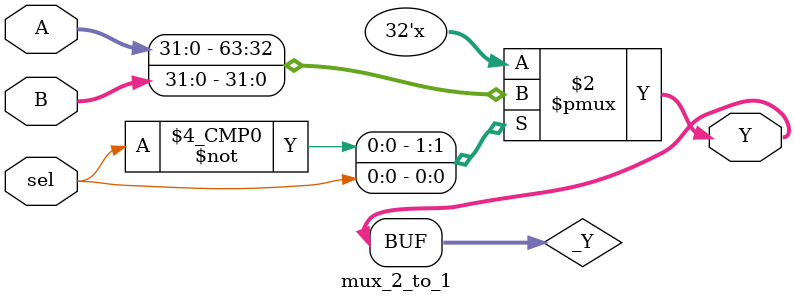
<source format=v>
module mux_2_to_1
(
  output  wire	[31:0]  Y,
  input   wire 	[31:0]  A, B,
  input   wire  		sel
);

reg [31:0] _Y;
assign Y = _Y;

always @(*) begin
	case (sel)
		1'b0:   _Y = A;
		1'b1:   _Y = B;
	endcase
end

endmodule
</source>
